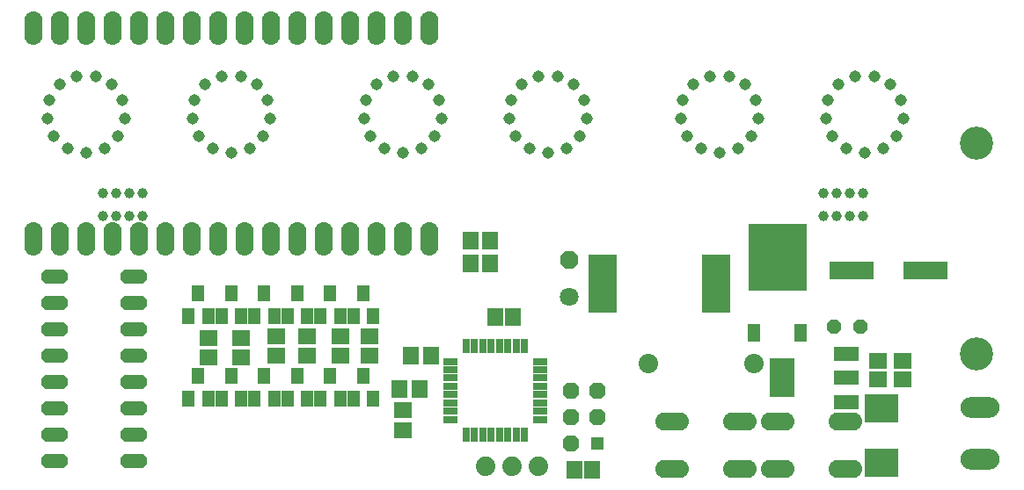
<source format=gbr>
G04 DipTrace 3.0.0.1*
G04 TopMask.gbr*
%MOIN*%
G04 #@! TF.FileFunction,Soldermask,Top*
G04 #@! TF.Part,Single*
%AMOUTLINE1*5,1,8,0,0,0.071524,67.499223*%
%AMOUTLINE4*5,1,8,0,0,0.056523,-22.5011*%
%AMOUTLINE7*
4,1,20,
-0.024322,-0.027937,
-0.033553,-0.026318,
-0.041978,-0.021464,
-0.048235,-0.01402,
-0.051568,-0.004885,
-0.051577,0.004838,
-0.048259,0.013977,
-0.042016,0.021431,
-0.033599,0.026301,
-0.024367,0.027937,
0.024322,0.027937,
0.033553,0.026318,
0.041978,0.021464,
0.048235,0.01402,
0.051568,0.004885,
0.051577,-0.004838,
0.048259,-0.013977,
0.042016,-0.021431,
0.033599,-0.026301,
0.024367,-0.027937,
-0.024322,-0.027937,
0*%
%AMOUTLINE10*5,1,8,0,0,0.068523,67.500386*%
%AMOUTLINE13*
4,1,20,
-0.033937,0.030317,
-0.031957,0.0416,
-0.026063,0.051831,
-0.017024,0.059428,
-0.005933,0.063476,
0.005874,0.063486,
0.016974,0.059457,
0.026025,0.051876,
0.031938,0.041655,
0.033937,0.030372,
0.033937,-0.030317,
0.031957,-0.0416,
0.026063,-0.051831,
0.017024,-0.059428,
0.005933,-0.063476,
-0.005874,-0.063486,
-0.016974,-0.059457,
-0.026025,-0.051876,
-0.031938,-0.041655,
-0.033937,-0.030372,
-0.033937,0.030317,
0*%
%AMOUTLINE16*
4,1,20,
-0.030317,-0.033937,
-0.0416,-0.031957,
-0.051831,-0.026063,
-0.059428,-0.017024,
-0.063476,-0.005933,
-0.063486,0.005874,
-0.059457,0.016974,
-0.051876,0.026025,
-0.041655,0.031938,
-0.030372,0.033937,
0.030317,0.033937,
0.0416,0.031957,
0.051831,0.026063,
0.059428,0.017024,
0.063476,0.005933,
0.063486,-0.005874,
0.059457,-0.016974,
0.051876,-0.026025,
0.041655,-0.031938,
0.030372,-0.033937,
-0.030317,-0.033937,
0*%
%AMOUTLINE19*
4,1,20,
-0.035562,-0.039186,
-0.048641,-0.036893,
-0.060451,-0.030087,
-0.069223,-0.019654,
-0.073896,-0.006848,
-0.073907,0.006781,
-0.069257,0.019594,
-0.060504,0.030043,
-0.048705,0.03687,
-0.035627,0.039186,
0.035562,0.039186,
0.048641,0.036893,
0.060451,0.030087,
0.069223,0.019654,
0.073896,0.006848,
0.073907,-0.006781,
0.069257,-0.019594,
0.060504,-0.030043,
0.048705,-0.03687,
0.035627,-0.039186,
-0.035562,-0.039186,
0*%
%ADD50C,0.074*%
%ADD59C,0.03937*%
%ADD60C,0.125984*%
%ADD74R,0.047244X0.062992*%
%ADD76R,0.220472X0.251969*%
%ADD78R,0.047244X0.070866*%
%ADD82R,0.070866X0.059055*%
%ADD84R,0.059055X0.070866*%
%ADD88C,0.045079*%
%ADD90R,0.106299X0.224409*%
%ADD92R,0.050266X0.050335*%
%ADD96R,0.094488X0.149606*%
%ADD98R,0.095874X0.055874*%
%ADD100R,0.057874X0.029874*%
%ADD102R,0.029874X0.057874*%
%ADD104R,0.125984X0.106299*%
%ADD106C,0.073874*%
%ADD108R,0.066929X0.059055*%
%ADD110R,0.059055X0.066929*%
%ADD112C,0.070874*%
%ADD114R,0.165354X0.070866*%
%ADD119OUTLINE1*%
%ADD122OUTLINE4*%
%ADD125OUTLINE7*%
%ADD128OUTLINE10*%
%ADD131OUTLINE13*%
%ADD134OUTLINE16*%
%ADD137OUTLINE19*%
%FSLAX26Y26*%
G04*
G70*
G90*
G75*
G01*
G04 TopMask*
%LPD*%
D114*
X3924961Y1756392D3*
X3645433D3*
D112*
X2574959Y1656392D3*
D119*
Y1796392D3*
D110*
X2361651Y1579969D3*
X2294722D3*
D122*
X3577324Y1543252D3*
X3677324D3*
D108*
X3744045Y1343601D3*
Y1410530D3*
X3837785Y1343601D3*
Y1410530D3*
D110*
X2594165Y999887D3*
X2661094D3*
D106*
X3272962Y1403276D3*
X2872962D3*
D104*
X3756543Y1024885D3*
Y1231577D3*
D59*
X806112Y2050339D3*
X856308D3*
X906505D3*
X956702D3*
X3537364D3*
X3587560D3*
X3637757D3*
X3687954D3*
X806210Y1962642D3*
X856308Y1962445D3*
X906505D3*
X956702D3*
X3537364Y1962449D3*
X3587560D3*
X3637757D3*
X3687954D3*
D125*
X924966Y1031390D3*
Y1131390D3*
Y1231390D3*
Y1331390D3*
Y1431390D3*
Y1531390D3*
Y1631390D3*
Y1731390D3*
X624966D3*
Y1631390D3*
Y1531390D3*
Y1431390D3*
Y1331390D3*
Y1231390D3*
Y1131390D3*
Y1031390D3*
D102*
X2183474Y1131146D3*
X2214970D3*
X2246466D3*
X2277962D3*
X2309458D3*
X2340954D3*
X2372450D3*
X2403946D3*
D100*
X2462710Y1189909D3*
Y1221406D3*
Y1252902D3*
Y1284398D3*
Y1315894D3*
Y1347390D3*
Y1378886D3*
Y1410382D3*
D102*
X2403946Y1469146D3*
X2372450D3*
X2340954D3*
X2309458D3*
X2277962D3*
X2246466D3*
X2214970D3*
X2183474D3*
D100*
X2124710Y1410382D3*
Y1378886D3*
Y1347390D3*
Y1315894D3*
Y1284398D3*
Y1252902D3*
Y1221406D3*
Y1189909D3*
D98*
X3625307Y1256110D3*
Y1347110D3*
Y1438110D3*
D96*
X3381299Y1347110D3*
D92*
X2681210Y1100139D3*
D128*
X2581210D3*
X2681210Y1200139D3*
X2581210D3*
X2681210Y1300139D3*
X2581210D3*
D131*
X543710Y2675142D3*
X643710D3*
X743710D3*
X843710D3*
X943710D3*
X1043710D3*
X1143710D3*
X1243710D3*
X1343710D3*
X1443710D3*
X1543710D3*
X1643710D3*
X1743710D3*
X1843710D3*
X1943710D3*
X2043710D3*
X543710Y1875142D3*
X643710D3*
X743710D3*
X843710D3*
X943710D3*
X1043710D3*
X1143710D3*
X1243710D3*
X1343710D3*
X1443710D3*
X1543710D3*
X1643710D3*
X1743710D3*
X1843710D3*
X1943710D3*
X2043710D3*
D90*
X2702273Y1705260D3*
X3131407D3*
D88*
X675017Y2219256D3*
X812403D3*
X645690Y2460783D3*
X890450Y2332323D3*
X841730Y2460783D3*
X779084Y2493661D3*
X708336D3*
X865360Y2266173D3*
X596970Y2332323D3*
X622060Y2266173D3*
X743710Y2202323D3*
X605497Y2402559D3*
X881923D3*
X1225017Y2219256D3*
X1362403D3*
X1195690Y2460783D3*
X1440450Y2332323D3*
X1391730Y2460783D3*
X1329084Y2493661D3*
X1258336D3*
X1415360Y2266173D3*
X1146970Y2332323D3*
X1172060Y2266173D3*
X1293710Y2202323D3*
X1155497Y2402559D3*
X1431923D3*
X1875017Y2219256D3*
X2012403D3*
X1845690Y2460783D3*
X2090450Y2332323D3*
X2041730Y2460783D3*
X1979084Y2493661D3*
X1908336D3*
X2065360Y2266173D3*
X1796970Y2332323D3*
X1822060Y2266173D3*
X1943710Y2202323D3*
X1805497Y2402559D3*
X2081923D3*
X2425017Y2219256D3*
X2562403D3*
X2395690Y2460783D3*
X2640450Y2332323D3*
X2591730Y2460783D3*
X2529084Y2493661D3*
X2458336D3*
X2615360Y2266173D3*
X2346970Y2332323D3*
X2372060Y2266173D3*
X2493710Y2202323D3*
X2355497Y2402559D3*
X2631923D3*
X3075017Y2219256D3*
X3212403D3*
X3045690Y2460783D3*
X3290450Y2332323D3*
X3241730Y2460783D3*
X3179084Y2493661D3*
X3108336D3*
X3265360Y2266173D3*
X2996970Y2332323D3*
X3022060Y2266173D3*
X3143710Y2202323D3*
X3005497Y2402559D3*
X3281923D3*
X3625017Y2219256D3*
X3762403D3*
X3595690Y2460783D3*
X3840450Y2332323D3*
X3791730Y2460783D3*
X3729084Y2493661D3*
X3658336D3*
X3815360Y2266173D3*
X3546970Y2332323D3*
X3572060Y2266173D3*
X3693710Y2202323D3*
X3555497Y2402559D3*
X3831923D3*
D84*
X2274864Y1868894D3*
X2200060D3*
X2274864Y1781398D3*
X2200060D3*
D82*
X1462458Y1431484D3*
Y1506287D3*
X1581210Y1431488D3*
Y1506291D3*
X1706210Y1431488D3*
Y1506291D3*
X1818710Y1431392D3*
Y1506196D3*
X1206210Y1425236D3*
Y1500039D3*
X1331206Y1425240D3*
Y1500043D3*
D84*
X2049959Y1431391D3*
X1975156D3*
X2006210Y1306392D3*
X1931407D3*
D82*
X1943710Y1225142D3*
Y1150339D3*
D134*
X3619058Y1181118D3*
X3363058D3*
X3619058Y1003118D3*
X3363058D3*
X3219100Y1181118D3*
X2963100D3*
X3219100Y1003118D3*
X2963100D3*
D78*
X3272698Y1517421D3*
X3452226D3*
D76*
X3362462Y1804823D3*
D74*
X1131304Y1581835D3*
X1168706Y1668449D3*
X1206108Y1581835D3*
X1256304D3*
X1293706Y1668449D3*
X1331108Y1581835D3*
X1381312Y1581831D3*
X1418714Y1668445D3*
X1456115Y1581831D3*
X1506301Y1581835D3*
X1543702Y1668449D3*
X1581104Y1581835D3*
X1631304Y1581839D3*
X1668706Y1668453D3*
X1706108Y1581839D3*
X1756308Y1581835D3*
X1793710Y1668449D3*
X1831112Y1581835D3*
X1131304Y1269331D3*
X1168706Y1355945D3*
X1206108Y1269331D3*
X1256301D3*
X1293702Y1355945D3*
X1331104Y1269331D3*
X1381304D3*
X1418706Y1355945D3*
X1456108Y1269331D3*
X1506301Y1269335D3*
X1543702Y1355949D3*
X1581104Y1269335D3*
X1631308D3*
X1668710Y1355949D3*
X1706112Y1269335D3*
X1756308D3*
X1793710Y1355949D3*
X1831112Y1269335D3*
D50*
X2356690Y1012386D3*
X2256690D3*
X2456690D3*
D60*
X4118710Y2237642D3*
Y1437642D3*
D137*
X4131504Y1037383D3*
Y1234234D3*
M02*

</source>
